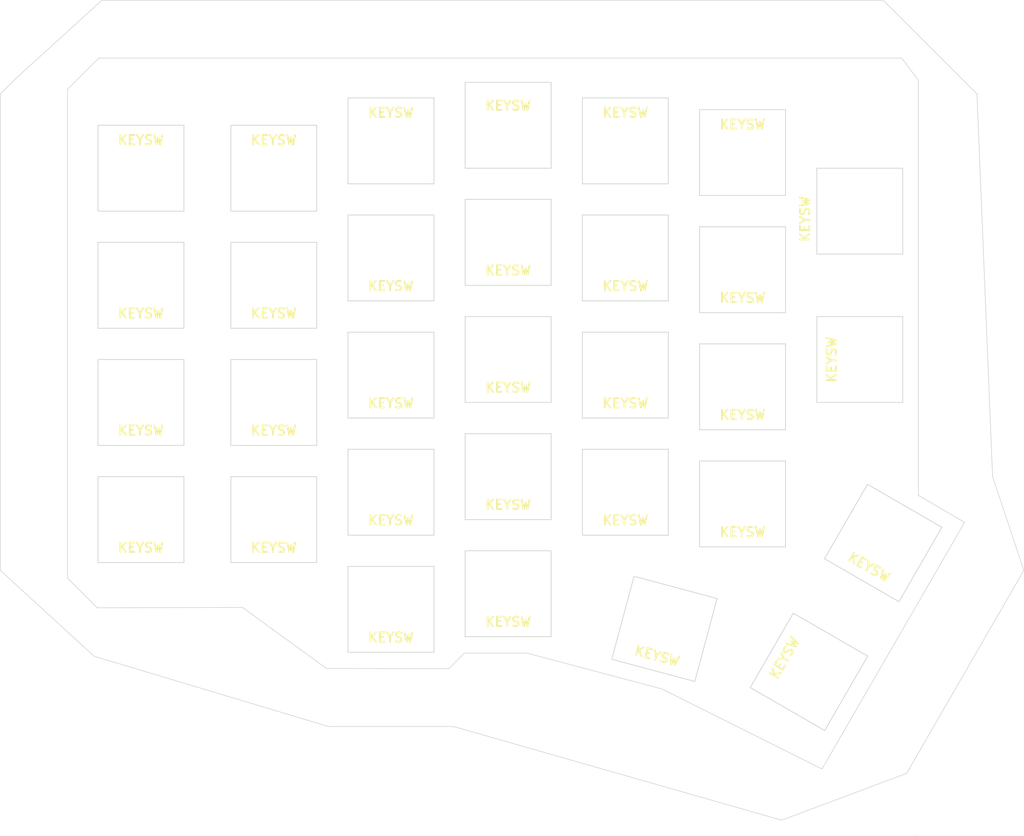
<source format=kicad_pcb>
(kicad_pcb (version 20171130) (host pcbnew "(5.1.2)-2")

  (general
    (thickness 1.6)
    (drawings 33)
    (tracks 0)
    (zones 0)
    (modules 31)
    (nets 1)
  )

  (page A4)
  (title_block
    (title "Redox keyboard PCB")
    (date 2018-05-05)
    (rev 1.0)
    (comment 1 "designed by Mattia Dal Ben (aka u/TiaMaT102)")
    (comment 2 https://github.com/mattdibi/redox-keyboard)
  )

  (layers
    (0 F.Cu signal)
    (31 B.Cu signal hide)
    (32 B.Adhes user hide)
    (33 F.Adhes user hide)
    (34 B.Paste user hide)
    (35 F.Paste user hide)
    (36 B.SilkS user hide)
    (37 F.SilkS user hide)
    (38 B.Mask user hide)
    (39 F.Mask user hide)
    (40 Dwgs.User user hide)
    (41 Cmts.User user hide)
    (42 Eco1.User user hide)
    (43 Eco2.User user hide)
    (44 Edge.Cuts user)
    (45 Margin user hide)
    (46 B.CrtYd user hide)
    (47 F.CrtYd user hide)
    (48 B.Fab user hide)
    (49 F.Fab user hide)
  )

  (setup
    (last_trace_width 0.25)
    (trace_clearance 0.2)
    (zone_clearance 0.508)
    (zone_45_only no)
    (trace_min 0.2)
    (via_size 0.6)
    (via_drill 0.4)
    (via_min_size 0.4)
    (via_min_drill 0.3)
    (uvia_size 0.3)
    (uvia_drill 0.1)
    (uvias_allowed no)
    (uvia_min_size 0.2)
    (uvia_min_drill 0.1)
    (edge_width 0.1)
    (segment_width 0.2)
    (pcb_text_width 0.3)
    (pcb_text_size 1.5 1.5)
    (mod_edge_width 0.15)
    (mod_text_size 1 1)
    (mod_text_width 0.15)
    (pad_size 1.5 1.5)
    (pad_drill 0.6)
    (pad_to_mask_clearance 0)
    (aux_axis_origin 0 0)
    (visible_elements 7FFFFFFF)
    (pcbplotparams
      (layerselection 0x010fc_ffffffff)
      (usegerberextensions true)
      (usegerberattributes false)
      (usegerberadvancedattributes false)
      (creategerberjobfile false)
      (excludeedgelayer true)
      (linewidth 0.100000)
      (plotframeref false)
      (viasonmask false)
      (mode 1)
      (useauxorigin false)
      (hpglpennumber 1)
      (hpglpenspeed 20)
      (hpglpendiameter 15.000000)
      (psnegative false)
      (psa4output false)
      (plotreference true)
      (plotvalue true)
      (plotinvisibletext false)
      (padsonsilk false)
      (subtractmaskfromsilk false)
      (outputformat 1)
      (mirror false)
      (drillshape 0)
      (scaleselection 1)
      (outputdirectory "gerber_files/"))
  )

  (net 0 "")

  (net_class Default "Questo è il gruppo di collegamenti predefinito"
    (clearance 0.2)
    (trace_width 0.25)
    (via_dia 0.6)
    (via_drill 0.4)
    (uvia_dia 0.3)
    (uvia_drill 0.1)
  )

  (module pcb:SW_Cherry_MX_1.00u_PCB (layer F.Cu) (tedit 5DB3E7C9) (tstamp 5A80A406)
    (at 151.13 59.69 180)
    (descr "Cherry MX keyswitch, 1.00u, PCB mount, http://cherryamericas.com/wp-content/uploads/2014/12/mx_cat.pdf")
    (tags "Cherry MX keyswitch 1.00u PCB")
    (path /5A809203)
    (fp_text reference K3 (at -0.22 2.79 180) (layer F.SilkS) hide
      (effects (font (size 1 1) (thickness 0.2)))
    )
    (fp_text value KEYSW (at 0 3.175 180) (layer F.SilkS)
      (effects (font (size 1.524 1.524) (thickness 0.3048)))
    )
    (fp_line (start -6.985 6.985) (end -6.985 -6.985) (layer Edge.Cuts) (width 0.12))
    (fp_line (start 6.985 6.985) (end -6.985 6.985) (layer Edge.Cuts) (width 0.12))
    (fp_line (start 6.985 -6.985) (end 6.985 6.985) (layer Edge.Cuts) (width 0.12))
    (fp_line (start -6.985 -6.985) (end 6.985 -6.985) (layer Edge.Cuts) (width 0.12))
    (fp_line (start -9.525 9.525) (end -9.525 -9.525) (layer Dwgs.User) (width 0.15))
    (fp_line (start 9.525 9.525) (end -9.525 9.525) (layer Dwgs.User) (width 0.15))
    (fp_line (start 9.525 -9.525) (end 9.525 9.525) (layer Dwgs.User) (width 0.15))
    (fp_line (start -9.525 -9.525) (end 9.525 -9.525) (layer Dwgs.User) (width 0.15))
    (fp_text user %R (at 0 -7.874) (layer F.Fab)
      (effects (font (size 1 1) (thickness 0.15)))
    )
    (model ${KISYS3DMOD}/Button_Switch_Keyboard.3dshapes/SW_Cherry_MX_1.00u_PCB.wrl
      (at (xyz 0 0 0))
      (scale (xyz 1 1 1))
      (rotate (xyz 0 0 0))
    )
  )

  (module pcb:SW_Cherry_MX_1.00u_PCB (layer F.Cu) (tedit 5DB3E7C9) (tstamp 5A80A523)
    (at 170.18 100.33)
    (descr "Cherry MX keyswitch, 1.00u, PCB mount, http://cherryamericas.com/wp-content/uploads/2014/12/mx_cat.pdf")
    (tags "Cherry MX keyswitch 1.00u PCB")
    (path /5A80ABBE)
    (fp_text reference K24 (at -0.22 2.79) (layer F.SilkS) hide
      (effects (font (size 1 1) (thickness 0.2)))
    )
    (fp_text value KEYSW (at 0 4.572) (layer F.SilkS)
      (effects (font (size 1.524 1.524) (thickness 0.3048)))
    )
    (fp_line (start -6.985 6.985) (end -6.985 -6.985) (layer Edge.Cuts) (width 0.12))
    (fp_line (start 6.985 6.985) (end -6.985 6.985) (layer Edge.Cuts) (width 0.12))
    (fp_line (start 6.985 -6.985) (end 6.985 6.985) (layer Edge.Cuts) (width 0.12))
    (fp_line (start -6.985 -6.985) (end 6.985 -6.985) (layer Edge.Cuts) (width 0.12))
    (fp_line (start -9.525 9.525) (end -9.525 -9.525) (layer Dwgs.User) (width 0.15))
    (fp_line (start 9.525 9.525) (end -9.525 9.525) (layer Dwgs.User) (width 0.15))
    (fp_line (start 9.525 -9.525) (end 9.525 9.525) (layer Dwgs.User) (width 0.15))
    (fp_line (start -9.525 -9.525) (end 9.525 -9.525) (layer Dwgs.User) (width 0.15))
    (fp_text user %R (at 0 -7.874) (layer F.Fab)
      (effects (font (size 1 1) (thickness 0.15)))
    )
    (model ${KISYS3DMOD}/Button_Switch_Keyboard.3dshapes/SW_Cherry_MX_1.00u_PCB.wrl
      (at (xyz 0 0 0))
      (scale (xyz 1 1 1))
      (rotate (xyz 0 0 0))
    )
  )

  (module pcb:SW_Cherry_MX_1.00u_PCB (layer F.Cu) (tedit 5DB3E7C9) (tstamp 5A80A640)
    (at 200.025 148.59 240)
    (descr "Cherry MX keyswitch, 1.00u, PCB mount, http://cherryamericas.com/wp-content/uploads/2014/12/mx_cat.pdf")
    (tags "Cherry MX keyswitch 1.00u PCB")
    (path /5A80E4D4)
    (fp_text reference K45 (at -0.254 2.794 240) (layer F.SilkS) hide
      (effects (font (size 1 1) (thickness 0.2)))
    )
    (fp_text value KEYSW (at 0 4.572 240) (layer F.SilkS)
      (effects (font (size 1.524 1.524) (thickness 0.3048)))
    )
    (fp_line (start -6.985 6.985) (end -6.985 -6.985) (layer Edge.Cuts) (width 0.12))
    (fp_line (start 6.985 6.985) (end -6.985 6.985) (layer Edge.Cuts) (width 0.12))
    (fp_line (start 6.985 -6.985) (end 6.985 6.985) (layer Edge.Cuts) (width 0.12))
    (fp_line (start -6.985 -6.985) (end 6.985 -6.985) (layer Edge.Cuts) (width 0.12))
    (fp_line (start -9.525 9.525) (end -9.525 -9.525) (layer Dwgs.User) (width 0.15))
    (fp_line (start 9.525 9.525) (end -9.525 9.525) (layer Dwgs.User) (width 0.15))
    (fp_line (start 9.525 -9.525) (end 9.525 9.525) (layer Dwgs.User) (width 0.15))
    (fp_line (start -9.525 -9.525) (end 9.525 -9.525) (layer Dwgs.User) (width 0.15))
    (fp_text user %R (at 0 -7.874 60) (layer F.Fab)
      (effects (font (size 1 1) (thickness 0.15)))
    )
    (model ${KISYS3DMOD}/Button_Switch_Keyboard.3dshapes/SW_Cherry_MX_1.00u_PCB.wrl
      (at (xyz 0 0 0))
      (scale (xyz 1 1 1))
      (rotate (xyz 0 0 0))
    )
  )

  (module pcb:SW_Cherry_MX_1.00u_PCB (layer F.Cu) (tedit 5DB3E7C9) (tstamp 5A80A4C4)
    (at 208.28 97.79 270)
    (descr "Cherry MX keyswitch, 1.00u, PCB mount, http://cherryamericas.com/wp-content/uploads/2014/12/mx_cat.pdf")
    (tags "Cherry MX keyswitch 1.00u PCB")
    (path /5A809C6B)
    (fp_text reference K16 (at -0.254 2.794 270) (layer F.SilkS) hide
      (effects (font (size 1 1) (thickness 0.2)))
    )
    (fp_text value KEYSW (at 0 4.572 270) (layer F.SilkS)
      (effects (font (size 1.524 1.524) (thickness 0.3048)))
    )
    (fp_line (start -6.985 6.985) (end -6.985 -6.985) (layer Edge.Cuts) (width 0.12))
    (fp_line (start 6.985 6.985) (end -6.985 6.985) (layer Edge.Cuts) (width 0.12))
    (fp_line (start 6.985 -6.985) (end 6.985 6.985) (layer Edge.Cuts) (width 0.12))
    (fp_line (start -6.985 -6.985) (end 6.985 -6.985) (layer Edge.Cuts) (width 0.12))
    (fp_line (start -9.525 9.525) (end -9.525 -9.525) (layer Dwgs.User) (width 0.15))
    (fp_line (start 9.525 9.525) (end -9.525 9.525) (layer Dwgs.User) (width 0.15))
    (fp_line (start 9.525 -9.525) (end 9.525 9.525) (layer Dwgs.User) (width 0.15))
    (fp_line (start -9.525 -9.525) (end 9.525 -9.525) (layer Dwgs.User) (width 0.15))
    (fp_text user %R (at 0 -7.874 90) (layer F.Fab)
      (effects (font (size 1 1) (thickness 0.15)))
    )
    (model ${KISYS3DMOD}/Button_Switch_Keyboard.3dshapes/SW_Cherry_MX_1.00u_PCB.wrl
      (at (xyz 0 0 0))
      (scale (xyz 1 1 1))
      (rotate (xyz 0 0 0))
    )
  )

  (module pcb:SW_Cherry_MX_1.00u_PCB (layer F.Cu) (tedit 5DB3E7C9) (tstamp 5A80A3E0)
    (at 113.03 66.675 180)
    (descr "Cherry MX keyswitch, 1.00u, PCB mount, http://cherryamericas.com/wp-content/uploads/2014/12/mx_cat.pdf")
    (tags "Cherry MX keyswitch 1.00u PCB")
    (path /5A809089)
    (fp_text reference K1 (at -0.22 2.79 180) (layer F.SilkS) hide
      (effects (font (size 1 1) (thickness 0.2)))
    )
    (fp_text value KEYSW (at 0 4.572 180) (layer F.SilkS)
      (effects (font (size 1.524 1.524) (thickness 0.3048)))
    )
    (fp_line (start -6.985 6.985) (end -6.985 -6.985) (layer Edge.Cuts) (width 0.12))
    (fp_line (start 6.985 6.985) (end -6.985 6.985) (layer Edge.Cuts) (width 0.12))
    (fp_line (start 6.985 -6.985) (end 6.985 6.985) (layer Edge.Cuts) (width 0.12))
    (fp_line (start -6.985 -6.985) (end 6.985 -6.985) (layer Edge.Cuts) (width 0.12))
    (fp_line (start -9.525 9.525) (end -9.525 -9.525) (layer Dwgs.User) (width 0.15))
    (fp_line (start 9.525 9.525) (end -9.525 9.525) (layer Dwgs.User) (width 0.15))
    (fp_line (start 9.525 -9.525) (end 9.525 9.525) (layer Dwgs.User) (width 0.15))
    (fp_line (start -9.525 -9.525) (end 9.525 -9.525) (layer Dwgs.User) (width 0.15))
    (fp_text user %R (at 0 -7.874) (layer F.Fab)
      (effects (font (size 1 1) (thickness 0.15)))
    )
    (model ${KISYS3DMOD}/Button_Switch_Keyboard.3dshapes/SW_Cherry_MX_1.00u_PCB.wrl
      (at (xyz 0 0 0))
      (scale (xyz 1 1 1))
      (rotate (xyz 0 0 0))
    )
  )

  (module pcb:SW_Cherry_MX_1.00u_PCB (layer F.Cu) (tedit 5DB3E7C9) (tstamp 5A80A3F3)
    (at 132.08 62.23 180)
    (descr "Cherry MX keyswitch, 1.00u, PCB mount, http://cherryamericas.com/wp-content/uploads/2014/12/mx_cat.pdf")
    (tags "Cherry MX keyswitch 1.00u PCB")
    (path /5A8091F6)
    (fp_text reference K2 (at -0.22 2.79 180) (layer F.SilkS) hide
      (effects (font (size 1 1) (thickness 0.2)))
    )
    (fp_text value KEYSW (at 0 4.572 180) (layer F.SilkS)
      (effects (font (size 1.524 1.524) (thickness 0.3048)))
    )
    (fp_line (start -6.985 6.985) (end -6.985 -6.985) (layer Edge.Cuts) (width 0.12))
    (fp_line (start 6.985 6.985) (end -6.985 6.985) (layer Edge.Cuts) (width 0.12))
    (fp_line (start 6.985 -6.985) (end 6.985 6.985) (layer Edge.Cuts) (width 0.12))
    (fp_line (start -6.985 -6.985) (end 6.985 -6.985) (layer Edge.Cuts) (width 0.12))
    (fp_line (start -9.525 9.525) (end -9.525 -9.525) (layer Dwgs.User) (width 0.15))
    (fp_line (start 9.525 9.525) (end -9.525 9.525) (layer Dwgs.User) (width 0.15))
    (fp_line (start 9.525 -9.525) (end 9.525 9.525) (layer Dwgs.User) (width 0.15))
    (fp_line (start -9.525 -9.525) (end 9.525 -9.525) (layer Dwgs.User) (width 0.15))
    (fp_text user %R (at 0 -7.874) (layer F.Fab)
      (effects (font (size 1 1) (thickness 0.15)))
    )
    (model ${KISYS3DMOD}/Button_Switch_Keyboard.3dshapes/SW_Cherry_MX_1.00u_PCB.wrl
      (at (xyz 0 0 0))
      (scale (xyz 1 1 1))
      (rotate (xyz 0 0 0))
    )
  )

  (module pcb:SW_Cherry_MX_1.00u_PCB (layer F.Cu) (tedit 5DB3E7C9) (tstamp 5A80A419)
    (at 170.18 62.23 180)
    (descr "Cherry MX keyswitch, 1.00u, PCB mount, http://cherryamericas.com/wp-content/uploads/2014/12/mx_cat.pdf")
    (tags "Cherry MX keyswitch 1.00u PCB")
    (path /5A80948D)
    (fp_text reference K4 (at -0.22 2.79 180) (layer F.SilkS) hide
      (effects (font (size 1 1) (thickness 0.2)))
    )
    (fp_text value KEYSW (at 0 4.572 180) (layer F.SilkS)
      (effects (font (size 1.524 1.524) (thickness 0.3048)))
    )
    (fp_line (start -6.985 6.985) (end -6.985 -6.985) (layer Edge.Cuts) (width 0.12))
    (fp_line (start 6.985 6.985) (end -6.985 6.985) (layer Edge.Cuts) (width 0.12))
    (fp_line (start 6.985 -6.985) (end 6.985 6.985) (layer Edge.Cuts) (width 0.12))
    (fp_line (start -6.985 -6.985) (end 6.985 -6.985) (layer Edge.Cuts) (width 0.12))
    (fp_line (start -9.525 9.525) (end -9.525 -9.525) (layer Dwgs.User) (width 0.15))
    (fp_line (start 9.525 9.525) (end -9.525 9.525) (layer Dwgs.User) (width 0.15))
    (fp_line (start 9.525 -9.525) (end 9.525 9.525) (layer Dwgs.User) (width 0.15))
    (fp_line (start -9.525 -9.525) (end 9.525 -9.525) (layer Dwgs.User) (width 0.15))
    (fp_text user %R (at 0 -7.874) (layer F.Fab)
      (effects (font (size 1 1) (thickness 0.15)))
    )
    (model ${KISYS3DMOD}/Button_Switch_Keyboard.3dshapes/SW_Cherry_MX_1.00u_PCB.wrl
      (at (xyz 0 0 0))
      (scale (xyz 1 1 1))
      (rotate (xyz 0 0 0))
    )
  )

  (module pcb:SW_Cherry_MX_1.00u_PCB (layer F.Cu) (tedit 5DB3E7C9) (tstamp 5A80A42C)
    (at 189.23 64.135 180)
    (descr "Cherry MX keyswitch, 1.00u, PCB mount, http://cherryamericas.com/wp-content/uploads/2014/12/mx_cat.pdf")
    (tags "Cherry MX keyswitch 1.00u PCB")
    (path /5A80949A)
    (fp_text reference K5 (at -0.22 2.79 180) (layer F.SilkS) hide
      (effects (font (size 1 1) (thickness 0.2)))
    )
    (fp_text value KEYSW (at 0 4.572 180) (layer F.SilkS)
      (effects (font (size 1.524 1.524) (thickness 0.3048)))
    )
    (fp_line (start -6.985 6.985) (end -6.985 -6.985) (layer Edge.Cuts) (width 0.12))
    (fp_line (start 6.985 6.985) (end -6.985 6.985) (layer Edge.Cuts) (width 0.12))
    (fp_line (start 6.985 -6.985) (end 6.985 6.985) (layer Edge.Cuts) (width 0.12))
    (fp_line (start -6.985 -6.985) (end 6.985 -6.985) (layer Edge.Cuts) (width 0.12))
    (fp_line (start -9.525 9.525) (end -9.525 -9.525) (layer Dwgs.User) (width 0.15))
    (fp_line (start 9.525 9.525) (end -9.525 9.525) (layer Dwgs.User) (width 0.15))
    (fp_line (start 9.525 -9.525) (end 9.525 9.525) (layer Dwgs.User) (width 0.15))
    (fp_line (start -9.525 -9.525) (end 9.525 -9.525) (layer Dwgs.User) (width 0.15))
    (fp_text user %R (at 0 -7.874) (layer F.Fab)
      (effects (font (size 1 1) (thickness 0.15)))
    )
    (model ${KISYS3DMOD}/Button_Switch_Keyboard.3dshapes/SW_Cherry_MX_1.00u_PCB.wrl
      (at (xyz 0 0 0))
      (scale (xyz 1 1 1))
      (rotate (xyz 0 0 0))
    )
  )

  (module pcb:SW_Cherry_MX_1.00u_PCB (layer F.Cu) (tedit 5DB3E7C9) (tstamp 5A80A43F)
    (at 208.28 73.66 180)
    (descr "Cherry MX keyswitch, 1.00u, PCB mount, http://cherryamericas.com/wp-content/uploads/2014/12/mx_cat.pdf")
    (tags "Cherry MX keyswitch 1.00u PCB")
    (path /5A8094A7)
    (fp_text reference K6 (at -0.22 2.79 180) (layer F.SilkS) hide
      (effects (font (size 1 1) (thickness 0.2)))
    )
    (fp_text value KEYSW (at 8.89 -1.27 270) (layer F.SilkS)
      (effects (font (size 1.524 1.524) (thickness 0.3048)))
    )
    (fp_line (start -6.985 6.985) (end -6.985 -6.985) (layer Edge.Cuts) (width 0.12))
    (fp_line (start 6.985 6.985) (end -6.985 6.985) (layer Edge.Cuts) (width 0.12))
    (fp_line (start 6.985 -6.985) (end 6.985 6.985) (layer Edge.Cuts) (width 0.12))
    (fp_line (start -6.985 -6.985) (end 6.985 -6.985) (layer Edge.Cuts) (width 0.12))
    (fp_line (start -9.525 9.525) (end -9.525 -9.525) (layer Dwgs.User) (width 0.15))
    (fp_line (start 9.525 9.525) (end -9.525 9.525) (layer Dwgs.User) (width 0.15))
    (fp_line (start 9.525 -9.525) (end 9.525 9.525) (layer Dwgs.User) (width 0.15))
    (fp_line (start -9.525 -9.525) (end 9.525 -9.525) (layer Dwgs.User) (width 0.15))
    (fp_text user %R (at 0 -7.874) (layer F.Fab)
      (effects (font (size 1 1) (thickness 0.15)))
    )
    (model ${KISYS3DMOD}/Button_Switch_Keyboard.3dshapes/SW_Cherry_MX_1.00u_PCB.wrl
      (at (xyz 0 0 0))
      (scale (xyz 1 1 1))
      (rotate (xyz 0 0 0))
    )
  )

  (module pcb:SW_Cherry_MX_1.00u_PCB (layer F.Cu) (tedit 5DB3E7C9) (tstamp 5A80A465)
    (at 113.03 85.725)
    (descr "Cherry MX keyswitch, 1.00u, PCB mount, http://cherryamericas.com/wp-content/uploads/2014/12/mx_cat.pdf")
    (tags "Cherry MX keyswitch 1.00u PCB")
    (path /5A809C2A)
    (fp_text reference K11 (at -0.22 2.79) (layer F.SilkS) hide
      (effects (font (size 1 1) (thickness 0.2)))
    )
    (fp_text value KEYSW (at 0 4.572) (layer F.SilkS)
      (effects (font (size 1.524 1.524) (thickness 0.3048)))
    )
    (fp_line (start -6.985 6.985) (end -6.985 -6.985) (layer Edge.Cuts) (width 0.12))
    (fp_line (start 6.985 6.985) (end -6.985 6.985) (layer Edge.Cuts) (width 0.12))
    (fp_line (start 6.985 -6.985) (end 6.985 6.985) (layer Edge.Cuts) (width 0.12))
    (fp_line (start -6.985 -6.985) (end 6.985 -6.985) (layer Edge.Cuts) (width 0.12))
    (fp_line (start -9.525 9.525) (end -9.525 -9.525) (layer Dwgs.User) (width 0.15))
    (fp_line (start 9.525 9.525) (end -9.525 9.525) (layer Dwgs.User) (width 0.15))
    (fp_line (start 9.525 -9.525) (end 9.525 9.525) (layer Dwgs.User) (width 0.15))
    (fp_line (start -9.525 -9.525) (end 9.525 -9.525) (layer Dwgs.User) (width 0.15))
    (fp_text user %R (at 0 -7.874) (layer F.Fab)
      (effects (font (size 1 1) (thickness 0.15)))
    )
    (model ${KISYS3DMOD}/Button_Switch_Keyboard.3dshapes/SW_Cherry_MX_1.00u_PCB.wrl
      (at (xyz 0 0 0))
      (scale (xyz 1 1 1))
      (rotate (xyz 0 0 0))
    )
  )

  (module pcb:SW_Cherry_MX_1.00u_PCB (layer F.Cu) (tedit 5DB3E7C9) (tstamp 5A80A478)
    (at 132.08 81.28)
    (descr "Cherry MX keyswitch, 1.00u, PCB mount, http://cherryamericas.com/wp-content/uploads/2014/12/mx_cat.pdf")
    (tags "Cherry MX keyswitch 1.00u PCB")
    (path /5A809C37)
    (fp_text reference K12 (at -0.22 2.79) (layer F.SilkS) hide
      (effects (font (size 1 1) (thickness 0.2)))
    )
    (fp_text value KEYSW (at 0 4.572) (layer F.SilkS)
      (effects (font (size 1.524 1.524) (thickness 0.3048)))
    )
    (fp_line (start -6.985 6.985) (end -6.985 -6.985) (layer Edge.Cuts) (width 0.12))
    (fp_line (start 6.985 6.985) (end -6.985 6.985) (layer Edge.Cuts) (width 0.12))
    (fp_line (start 6.985 -6.985) (end 6.985 6.985) (layer Edge.Cuts) (width 0.12))
    (fp_line (start -6.985 -6.985) (end 6.985 -6.985) (layer Edge.Cuts) (width 0.12))
    (fp_line (start -9.525 9.525) (end -9.525 -9.525) (layer Dwgs.User) (width 0.15))
    (fp_line (start 9.525 9.525) (end -9.525 9.525) (layer Dwgs.User) (width 0.15))
    (fp_line (start 9.525 -9.525) (end 9.525 9.525) (layer Dwgs.User) (width 0.15))
    (fp_line (start -9.525 -9.525) (end 9.525 -9.525) (layer Dwgs.User) (width 0.15))
    (fp_text user %R (at 0 -7.874) (layer F.Fab)
      (effects (font (size 1 1) (thickness 0.15)))
    )
    (model ${KISYS3DMOD}/Button_Switch_Keyboard.3dshapes/SW_Cherry_MX_1.00u_PCB.wrl
      (at (xyz 0 0 0))
      (scale (xyz 1 1 1))
      (rotate (xyz 0 0 0))
    )
  )

  (module pcb:SW_Cherry_MX_1.00u_PCB (layer F.Cu) (tedit 5DB3E7C9) (tstamp 5A80A48B)
    (at 151.13 78.74)
    (descr "Cherry MX keyswitch, 1.00u, PCB mount, http://cherryamericas.com/wp-content/uploads/2014/12/mx_cat.pdf")
    (tags "Cherry MX keyswitch 1.00u PCB")
    (path /5A809C44)
    (fp_text reference K13 (at -0.22 2.79) (layer F.SilkS) hide
      (effects (font (size 1 1) (thickness 0.2)))
    )
    (fp_text value KEYSW (at 0 4.572) (layer F.SilkS)
      (effects (font (size 1.524 1.524) (thickness 0.3048)))
    )
    (fp_line (start -6.985 6.985) (end -6.985 -6.985) (layer Edge.Cuts) (width 0.12))
    (fp_line (start 6.985 6.985) (end -6.985 6.985) (layer Edge.Cuts) (width 0.12))
    (fp_line (start 6.985 -6.985) (end 6.985 6.985) (layer Edge.Cuts) (width 0.12))
    (fp_line (start -6.985 -6.985) (end 6.985 -6.985) (layer Edge.Cuts) (width 0.12))
    (fp_line (start -9.525 9.525) (end -9.525 -9.525) (layer Dwgs.User) (width 0.15))
    (fp_line (start 9.525 9.525) (end -9.525 9.525) (layer Dwgs.User) (width 0.15))
    (fp_line (start 9.525 -9.525) (end 9.525 9.525) (layer Dwgs.User) (width 0.15))
    (fp_line (start -9.525 -9.525) (end 9.525 -9.525) (layer Dwgs.User) (width 0.15))
    (fp_text user %R (at 0 -7.874) (layer F.Fab)
      (effects (font (size 1 1) (thickness 0.15)))
    )
    (model ${KISYS3DMOD}/Button_Switch_Keyboard.3dshapes/SW_Cherry_MX_1.00u_PCB.wrl
      (at (xyz 0 0 0))
      (scale (xyz 1 1 1))
      (rotate (xyz 0 0 0))
    )
  )

  (module pcb:SW_Cherry_MX_1.00u_PCB (layer F.Cu) (tedit 5DB3E7C9) (tstamp 5A80A49E)
    (at 170.18 81.28)
    (descr "Cherry MX keyswitch, 1.00u, PCB mount, http://cherryamericas.com/wp-content/uploads/2014/12/mx_cat.pdf")
    (tags "Cherry MX keyswitch 1.00u PCB")
    (path /5A809C51)
    (fp_text reference K14 (at -0.22 2.79) (layer F.SilkS) hide
      (effects (font (size 1 1) (thickness 0.2)))
    )
    (fp_text value KEYSW (at 0 4.572) (layer F.SilkS)
      (effects (font (size 1.524 1.524) (thickness 0.3048)))
    )
    (fp_line (start -6.985 6.985) (end -6.985 -6.985) (layer Edge.Cuts) (width 0.12))
    (fp_line (start 6.985 6.985) (end -6.985 6.985) (layer Edge.Cuts) (width 0.12))
    (fp_line (start 6.985 -6.985) (end 6.985 6.985) (layer Edge.Cuts) (width 0.12))
    (fp_line (start -6.985 -6.985) (end 6.985 -6.985) (layer Edge.Cuts) (width 0.12))
    (fp_line (start -9.525 9.525) (end -9.525 -9.525) (layer Dwgs.User) (width 0.15))
    (fp_line (start 9.525 9.525) (end -9.525 9.525) (layer Dwgs.User) (width 0.15))
    (fp_line (start 9.525 -9.525) (end 9.525 9.525) (layer Dwgs.User) (width 0.15))
    (fp_line (start -9.525 -9.525) (end 9.525 -9.525) (layer Dwgs.User) (width 0.15))
    (fp_text user %R (at 0 -7.874) (layer F.Fab)
      (effects (font (size 1 1) (thickness 0.15)))
    )
    (model ${KISYS3DMOD}/Button_Switch_Keyboard.3dshapes/SW_Cherry_MX_1.00u_PCB.wrl
      (at (xyz 0 0 0))
      (scale (xyz 1 1 1))
      (rotate (xyz 0 0 0))
    )
  )

  (module pcb:SW_Cherry_MX_1.00u_PCB (layer F.Cu) (tedit 5DB3E7C9) (tstamp 5A80A4B1)
    (at 189.23 83.185)
    (descr "Cherry MX keyswitch, 1.00u, PCB mount, http://cherryamericas.com/wp-content/uploads/2014/12/mx_cat.pdf")
    (tags "Cherry MX keyswitch 1.00u PCB")
    (path /5A809C5E)
    (fp_text reference K15 (at -0.22 2.79) (layer F.SilkS) hide
      (effects (font (size 1 1) (thickness 0.2)))
    )
    (fp_text value KEYSW (at 0 4.572) (layer F.SilkS)
      (effects (font (size 1.524 1.524) (thickness 0.3048)))
    )
    (fp_line (start -6.985 6.985) (end -6.985 -6.985) (layer Edge.Cuts) (width 0.12))
    (fp_line (start 6.985 6.985) (end -6.985 6.985) (layer Edge.Cuts) (width 0.12))
    (fp_line (start 6.985 -6.985) (end 6.985 6.985) (layer Edge.Cuts) (width 0.12))
    (fp_line (start -6.985 -6.985) (end 6.985 -6.985) (layer Edge.Cuts) (width 0.12))
    (fp_line (start -9.525 9.525) (end -9.525 -9.525) (layer Dwgs.User) (width 0.15))
    (fp_line (start 9.525 9.525) (end -9.525 9.525) (layer Dwgs.User) (width 0.15))
    (fp_line (start 9.525 -9.525) (end 9.525 9.525) (layer Dwgs.User) (width 0.15))
    (fp_line (start -9.525 -9.525) (end 9.525 -9.525) (layer Dwgs.User) (width 0.15))
    (fp_text user %R (at 0 -7.874) (layer F.Fab)
      (effects (font (size 1 1) (thickness 0.15)))
    )
    (model ${KISYS3DMOD}/Button_Switch_Keyboard.3dshapes/SW_Cherry_MX_1.00u_PCB.wrl
      (at (xyz 0 0 0))
      (scale (xyz 1 1 1))
      (rotate (xyz 0 0 0))
    )
  )

  (module pcb:SW_Cherry_MX_1.00u_PCB (layer F.Cu) (tedit 5DB3E7C9) (tstamp 5A80A4EA)
    (at 113.03 104.775)
    (descr "Cherry MX keyswitch, 1.00u, PCB mount, http://cherryamericas.com/wp-content/uploads/2014/12/mx_cat.pdf")
    (tags "Cherry MX keyswitch 1.00u PCB")
    (path /5A80AB97)
    (fp_text reference K21 (at -0.22 2.79) (layer F.SilkS) hide
      (effects (font (size 1 1) (thickness 0.2)))
    )
    (fp_text value KEYSW (at 0 4.572) (layer F.SilkS)
      (effects (font (size 1.524 1.524) (thickness 0.3048)))
    )
    (fp_line (start -6.985 6.985) (end -6.985 -6.985) (layer Edge.Cuts) (width 0.12))
    (fp_line (start 6.985 6.985) (end -6.985 6.985) (layer Edge.Cuts) (width 0.12))
    (fp_line (start 6.985 -6.985) (end 6.985 6.985) (layer Edge.Cuts) (width 0.12))
    (fp_line (start -6.985 -6.985) (end 6.985 -6.985) (layer Edge.Cuts) (width 0.12))
    (fp_line (start -9.525 9.525) (end -9.525 -9.525) (layer Dwgs.User) (width 0.15))
    (fp_line (start 9.525 9.525) (end -9.525 9.525) (layer Dwgs.User) (width 0.15))
    (fp_line (start 9.525 -9.525) (end 9.525 9.525) (layer Dwgs.User) (width 0.15))
    (fp_line (start -9.525 -9.525) (end 9.525 -9.525) (layer Dwgs.User) (width 0.15))
    (fp_text user %R (at 0 -7.874) (layer F.Fab)
      (effects (font (size 1 1) (thickness 0.15)))
    )
    (model ${KISYS3DMOD}/Button_Switch_Keyboard.3dshapes/SW_Cherry_MX_1.00u_PCB.wrl
      (at (xyz 0 0 0))
      (scale (xyz 1 1 1))
      (rotate (xyz 0 0 0))
    )
  )

  (module pcb:SW_Cherry_MX_1.00u_PCB (layer F.Cu) (tedit 5DB3E7C9) (tstamp 5A80A4FD)
    (at 132.08 100.33)
    (descr "Cherry MX keyswitch, 1.00u, PCB mount, http://cherryamericas.com/wp-content/uploads/2014/12/mx_cat.pdf")
    (tags "Cherry MX keyswitch 1.00u PCB")
    (path /5A80ABA4)
    (fp_text reference K22 (at -0.22 2.79) (layer F.SilkS) hide
      (effects (font (size 1 1) (thickness 0.2)))
    )
    (fp_text value KEYSW (at 0 4.572) (layer F.SilkS)
      (effects (font (size 1.524 1.524) (thickness 0.3048)))
    )
    (fp_line (start -6.985 6.985) (end -6.985 -6.985) (layer Edge.Cuts) (width 0.12))
    (fp_line (start 6.985 6.985) (end -6.985 6.985) (layer Edge.Cuts) (width 0.12))
    (fp_line (start 6.985 -6.985) (end 6.985 6.985) (layer Edge.Cuts) (width 0.12))
    (fp_line (start -6.985 -6.985) (end 6.985 -6.985) (layer Edge.Cuts) (width 0.12))
    (fp_line (start -9.525 9.525) (end -9.525 -9.525) (layer Dwgs.User) (width 0.15))
    (fp_line (start 9.525 9.525) (end -9.525 9.525) (layer Dwgs.User) (width 0.15))
    (fp_line (start 9.525 -9.525) (end 9.525 9.525) (layer Dwgs.User) (width 0.15))
    (fp_line (start -9.525 -9.525) (end 9.525 -9.525) (layer Dwgs.User) (width 0.15))
    (fp_text user %R (at 0 -7.874) (layer F.Fab)
      (effects (font (size 1 1) (thickness 0.15)))
    )
    (model ${KISYS3DMOD}/Button_Switch_Keyboard.3dshapes/SW_Cherry_MX_1.00u_PCB.wrl
      (at (xyz 0 0 0))
      (scale (xyz 1 1 1))
      (rotate (xyz 0 0 0))
    )
  )

  (module pcb:SW_Cherry_MX_1.00u_PCB (layer F.Cu) (tedit 5DB3E7C9) (tstamp 5A80A510)
    (at 151.13 97.79)
    (descr "Cherry MX keyswitch, 1.00u, PCB mount, http://cherryamericas.com/wp-content/uploads/2014/12/mx_cat.pdf")
    (tags "Cherry MX keyswitch 1.00u PCB")
    (path /5A80ABB1)
    (fp_text reference K23 (at -0.22 2.79) (layer F.SilkS) hide
      (effects (font (size 1 1) (thickness 0.2)))
    )
    (fp_text value KEYSW (at 0 4.572) (layer F.SilkS)
      (effects (font (size 1.524 1.524) (thickness 0.3048)))
    )
    (fp_line (start -6.985 6.985) (end -6.985 -6.985) (layer Edge.Cuts) (width 0.12))
    (fp_line (start 6.985 6.985) (end -6.985 6.985) (layer Edge.Cuts) (width 0.12))
    (fp_line (start 6.985 -6.985) (end 6.985 6.985) (layer Edge.Cuts) (width 0.12))
    (fp_line (start -6.985 -6.985) (end 6.985 -6.985) (layer Edge.Cuts) (width 0.12))
    (fp_line (start -9.525 9.525) (end -9.525 -9.525) (layer Dwgs.User) (width 0.15))
    (fp_line (start 9.525 9.525) (end -9.525 9.525) (layer Dwgs.User) (width 0.15))
    (fp_line (start 9.525 -9.525) (end 9.525 9.525) (layer Dwgs.User) (width 0.15))
    (fp_line (start -9.525 -9.525) (end 9.525 -9.525) (layer Dwgs.User) (width 0.15))
    (fp_text user %R (at 0 -7.874) (layer F.Fab)
      (effects (font (size 1 1) (thickness 0.15)))
    )
    (model ${KISYS3DMOD}/Button_Switch_Keyboard.3dshapes/SW_Cherry_MX_1.00u_PCB.wrl
      (at (xyz 0 0 0))
      (scale (xyz 1 1 1))
      (rotate (xyz 0 0 0))
    )
  )

  (module pcb:SW_Cherry_MX_1.00u_PCB (layer F.Cu) (tedit 5DB3E7C9) (tstamp 5A80A536)
    (at 189.23 102.235)
    (descr "Cherry MX keyswitch, 1.00u, PCB mount, http://cherryamericas.com/wp-content/uploads/2014/12/mx_cat.pdf")
    (tags "Cherry MX keyswitch 1.00u PCB")
    (path /5A80ABCB)
    (fp_text reference K25 (at -0.22 2.79) (layer F.SilkS) hide
      (effects (font (size 1 1) (thickness 0.2)))
    )
    (fp_text value KEYSW (at 0 4.572) (layer F.SilkS)
      (effects (font (size 1.524 1.524) (thickness 0.3048)))
    )
    (fp_line (start -6.985 6.985) (end -6.985 -6.985) (layer Edge.Cuts) (width 0.12))
    (fp_line (start 6.985 6.985) (end -6.985 6.985) (layer Edge.Cuts) (width 0.12))
    (fp_line (start 6.985 -6.985) (end 6.985 6.985) (layer Edge.Cuts) (width 0.12))
    (fp_line (start -6.985 -6.985) (end 6.985 -6.985) (layer Edge.Cuts) (width 0.12))
    (fp_line (start -9.525 9.525) (end -9.525 -9.525) (layer Dwgs.User) (width 0.15))
    (fp_line (start 9.525 9.525) (end -9.525 9.525) (layer Dwgs.User) (width 0.15))
    (fp_line (start 9.525 -9.525) (end 9.525 9.525) (layer Dwgs.User) (width 0.15))
    (fp_line (start -9.525 -9.525) (end 9.525 -9.525) (layer Dwgs.User) (width 0.15))
    (fp_text user %R (at 0 -7.874) (layer F.Fab)
      (effects (font (size 1 1) (thickness 0.15)))
    )
    (model ${KISYS3DMOD}/Button_Switch_Keyboard.3dshapes/SW_Cherry_MX_1.00u_PCB.wrl
      (at (xyz 0 0 0))
      (scale (xyz 1 1 1))
      (rotate (xyz 0 0 0))
    )
  )

  (module pcb:SW_Cherry_MX_1.00u_PCB (layer F.Cu) (tedit 5DB3E7C9) (tstamp 5A80A549)
    (at 212.09 127.635 330)
    (descr "Cherry MX keyswitch, 1.00u, PCB mount, http://cherryamericas.com/wp-content/uploads/2014/12/mx_cat.pdf")
    (tags "Cherry MX keyswitch 1.00u PCB")
    (path /5A80ABD8)
    (fp_text reference K26 (at -0.22 2.79 330) (layer F.SilkS) hide
      (effects (font (size 1 1) (thickness 0.2)))
    )
    (fp_text value KEYSW (at 0 4.572 330) (layer F.SilkS)
      (effects (font (size 1.524 1.524) (thickness 0.3048)))
    )
    (fp_line (start -6.985 6.985) (end -6.985 -6.985) (layer Edge.Cuts) (width 0.12))
    (fp_line (start 6.985 6.985) (end -6.985 6.985) (layer Edge.Cuts) (width 0.12))
    (fp_line (start 6.985 -6.985) (end 6.985 6.985) (layer Edge.Cuts) (width 0.12))
    (fp_line (start -6.985 -6.985) (end 6.985 -6.985) (layer Edge.Cuts) (width 0.12))
    (fp_line (start -9.525 9.525) (end -9.525 -9.525) (layer Dwgs.User) (width 0.15))
    (fp_line (start 9.525 9.525) (end -9.525 9.525) (layer Dwgs.User) (width 0.15))
    (fp_line (start 9.525 -9.525) (end 9.525 9.525) (layer Dwgs.User) (width 0.15))
    (fp_line (start -9.525 -9.525) (end 9.525 -9.525) (layer Dwgs.User) (width 0.15))
    (fp_text user %R (at 0 -7.874 150) (layer F.Fab)
      (effects (font (size 1 1) (thickness 0.15)))
    )
    (model ${KISYS3DMOD}/Button_Switch_Keyboard.3dshapes/SW_Cherry_MX_1.00u_PCB.wrl
      (at (xyz 0 0 0))
      (scale (xyz 1 1 1))
      (rotate (xyz 0 0 0))
    )
  )

  (module pcb:SW_Cherry_MX_1.00u_PCB (layer F.Cu) (tedit 5DB3E7C9) (tstamp 5A80A56F)
    (at 113.03 123.825)
    (descr "Cherry MX keyswitch, 1.00u, PCB mount, http://cherryamericas.com/wp-content/uploads/2014/12/mx_cat.pdf")
    (tags "Cherry MX keyswitch 1.00u PCB")
    (path /5A80ABF8)
    (fp_text reference K31 (at -0.22 2.79) (layer F.SilkS) hide
      (effects (font (size 1 1) (thickness 0.2)))
    )
    (fp_text value KEYSW (at 0 4.572) (layer F.SilkS)
      (effects (font (size 1.524 1.524) (thickness 0.3048)))
    )
    (fp_line (start -6.985 6.985) (end -6.985 -6.985) (layer Edge.Cuts) (width 0.12))
    (fp_line (start 6.985 6.985) (end -6.985 6.985) (layer Edge.Cuts) (width 0.12))
    (fp_line (start 6.985 -6.985) (end 6.985 6.985) (layer Edge.Cuts) (width 0.12))
    (fp_line (start -6.985 -6.985) (end 6.985 -6.985) (layer Edge.Cuts) (width 0.12))
    (fp_line (start -9.525 9.525) (end -9.525 -9.525) (layer Dwgs.User) (width 0.15))
    (fp_line (start 9.525 9.525) (end -9.525 9.525) (layer Dwgs.User) (width 0.15))
    (fp_line (start 9.525 -9.525) (end 9.525 9.525) (layer Dwgs.User) (width 0.15))
    (fp_line (start -9.525 -9.525) (end 9.525 -9.525) (layer Dwgs.User) (width 0.15))
    (fp_text user %R (at 0 -7.874) (layer F.Fab)
      (effects (font (size 1 1) (thickness 0.15)))
    )
    (model ${KISYS3DMOD}/Button_Switch_Keyboard.3dshapes/SW_Cherry_MX_1.00u_PCB.wrl
      (at (xyz 0 0 0))
      (scale (xyz 1 1 1))
      (rotate (xyz 0 0 0))
    )
  )

  (module pcb:SW_Cherry_MX_1.00u_PCB (layer F.Cu) (tedit 5DB3E7C9) (tstamp 5A80A582)
    (at 132.08 119.38)
    (descr "Cherry MX keyswitch, 1.00u, PCB mount, http://cherryamericas.com/wp-content/uploads/2014/12/mx_cat.pdf")
    (tags "Cherry MX keyswitch 1.00u PCB")
    (path /5A80AC05)
    (fp_text reference K32 (at -0.22 2.79) (layer F.SilkS) hide
      (effects (font (size 1 1) (thickness 0.2)))
    )
    (fp_text value KEYSW (at 0 4.572) (layer F.SilkS)
      (effects (font (size 1.524 1.524) (thickness 0.3048)))
    )
    (fp_line (start -6.985 6.985) (end -6.985 -6.985) (layer Edge.Cuts) (width 0.12))
    (fp_line (start 6.985 6.985) (end -6.985 6.985) (layer Edge.Cuts) (width 0.12))
    (fp_line (start 6.985 -6.985) (end 6.985 6.985) (layer Edge.Cuts) (width 0.12))
    (fp_line (start -6.985 -6.985) (end 6.985 -6.985) (layer Edge.Cuts) (width 0.12))
    (fp_line (start -9.525 9.525) (end -9.525 -9.525) (layer Dwgs.User) (width 0.15))
    (fp_line (start 9.525 9.525) (end -9.525 9.525) (layer Dwgs.User) (width 0.15))
    (fp_line (start 9.525 -9.525) (end 9.525 9.525) (layer Dwgs.User) (width 0.15))
    (fp_line (start -9.525 -9.525) (end 9.525 -9.525) (layer Dwgs.User) (width 0.15))
    (fp_text user %R (at 0 -7.874) (layer F.Fab)
      (effects (font (size 1 1) (thickness 0.15)))
    )
    (model ${KISYS3DMOD}/Button_Switch_Keyboard.3dshapes/SW_Cherry_MX_1.00u_PCB.wrl
      (at (xyz 0 0 0))
      (scale (xyz 1 1 1))
      (rotate (xyz 0 0 0))
    )
  )

  (module pcb:SW_Cherry_MX_1.00u_PCB (layer F.Cu) (tedit 5DB3E7C9) (tstamp 5A80A595)
    (at 151.13 116.84)
    (descr "Cherry MX keyswitch, 1.00u, PCB mount, http://cherryamericas.com/wp-content/uploads/2014/12/mx_cat.pdf")
    (tags "Cherry MX keyswitch 1.00u PCB")
    (path /5A80AC12)
    (fp_text reference K33 (at -0.22 2.79) (layer F.SilkS) hide
      (effects (font (size 1 1) (thickness 0.2)))
    )
    (fp_text value KEYSW (at 0 4.572) (layer F.SilkS)
      (effects (font (size 1.524 1.524) (thickness 0.3048)))
    )
    (fp_line (start -6.985 6.985) (end -6.985 -6.985) (layer Edge.Cuts) (width 0.12))
    (fp_line (start 6.985 6.985) (end -6.985 6.985) (layer Edge.Cuts) (width 0.12))
    (fp_line (start 6.985 -6.985) (end 6.985 6.985) (layer Edge.Cuts) (width 0.12))
    (fp_line (start -6.985 -6.985) (end 6.985 -6.985) (layer Edge.Cuts) (width 0.12))
    (fp_line (start -9.525 9.525) (end -9.525 -9.525) (layer Dwgs.User) (width 0.15))
    (fp_line (start 9.525 9.525) (end -9.525 9.525) (layer Dwgs.User) (width 0.15))
    (fp_line (start 9.525 -9.525) (end 9.525 9.525) (layer Dwgs.User) (width 0.15))
    (fp_line (start -9.525 -9.525) (end 9.525 -9.525) (layer Dwgs.User) (width 0.15))
    (fp_text user %R (at 0 -7.874) (layer F.Fab)
      (effects (font (size 1 1) (thickness 0.15)))
    )
    (model ${KISYS3DMOD}/Button_Switch_Keyboard.3dshapes/SW_Cherry_MX_1.00u_PCB.wrl
      (at (xyz 0 0 0))
      (scale (xyz 1 1 1))
      (rotate (xyz 0 0 0))
    )
  )

  (module pcb:SW_Cherry_MX_1.00u_PCB (layer F.Cu) (tedit 5DB3E7C9) (tstamp 5A80A5A8)
    (at 170.18 119.38)
    (descr "Cherry MX keyswitch, 1.00u, PCB mount, http://cherryamericas.com/wp-content/uploads/2014/12/mx_cat.pdf")
    (tags "Cherry MX keyswitch 1.00u PCB")
    (path /5A80AC1F)
    (fp_text reference K34 (at -0.22 2.79) (layer F.SilkS) hide
      (effects (font (size 1 1) (thickness 0.2)))
    )
    (fp_text value KEYSW (at 0 4.572) (layer F.SilkS)
      (effects (font (size 1.524 1.524) (thickness 0.3048)))
    )
    (fp_line (start -6.985 6.985) (end -6.985 -6.985) (layer Edge.Cuts) (width 0.12))
    (fp_line (start 6.985 6.985) (end -6.985 6.985) (layer Edge.Cuts) (width 0.12))
    (fp_line (start 6.985 -6.985) (end 6.985 6.985) (layer Edge.Cuts) (width 0.12))
    (fp_line (start -6.985 -6.985) (end 6.985 -6.985) (layer Edge.Cuts) (width 0.12))
    (fp_line (start -9.525 9.525) (end -9.525 -9.525) (layer Dwgs.User) (width 0.15))
    (fp_line (start 9.525 9.525) (end -9.525 9.525) (layer Dwgs.User) (width 0.15))
    (fp_line (start 9.525 -9.525) (end 9.525 9.525) (layer Dwgs.User) (width 0.15))
    (fp_line (start -9.525 -9.525) (end 9.525 -9.525) (layer Dwgs.User) (width 0.15))
    (fp_text user %R (at 0 -7.874) (layer F.Fab)
      (effects (font (size 1 1) (thickness 0.15)))
    )
    (model ${KISYS3DMOD}/Button_Switch_Keyboard.3dshapes/SW_Cherry_MX_1.00u_PCB.wrl
      (at (xyz 0 0 0))
      (scale (xyz 1 1 1))
      (rotate (xyz 0 0 0))
    )
  )

  (module pcb:SW_Cherry_MX_1.00u_PCB (layer F.Cu) (tedit 5DB3E7C9) (tstamp 5A80A5BB)
    (at 189.23 121.285)
    (descr "Cherry MX keyswitch, 1.00u, PCB mount, http://cherryamericas.com/wp-content/uploads/2014/12/mx_cat.pdf")
    (tags "Cherry MX keyswitch 1.00u PCB")
    (path /5A80AC2C)
    (fp_text reference K35 (at -0.22 2.79) (layer F.SilkS) hide
      (effects (font (size 1 1) (thickness 0.2)))
    )
    (fp_text value KEYSW (at 0 4.572) (layer F.SilkS)
      (effects (font (size 1.524 1.524) (thickness 0.3048)))
    )
    (fp_line (start -6.985 6.985) (end -6.985 -6.985) (layer Edge.Cuts) (width 0.12))
    (fp_line (start 6.985 6.985) (end -6.985 6.985) (layer Edge.Cuts) (width 0.12))
    (fp_line (start 6.985 -6.985) (end 6.985 6.985) (layer Edge.Cuts) (width 0.12))
    (fp_line (start -6.985 -6.985) (end 6.985 -6.985) (layer Edge.Cuts) (width 0.12))
    (fp_line (start -9.525 9.525) (end -9.525 -9.525) (layer Dwgs.User) (width 0.15))
    (fp_line (start 9.525 9.525) (end -9.525 9.525) (layer Dwgs.User) (width 0.15))
    (fp_line (start 9.525 -9.525) (end 9.525 9.525) (layer Dwgs.User) (width 0.15))
    (fp_line (start -9.525 -9.525) (end 9.525 -9.525) (layer Dwgs.User) (width 0.15))
    (fp_text user %R (at 0 -7.874) (layer F.Fab)
      (effects (font (size 1 1) (thickness 0.15)))
    )
    (model ${KISYS3DMOD}/Button_Switch_Keyboard.3dshapes/SW_Cherry_MX_1.00u_PCB.wrl
      (at (xyz 0 0 0))
      (scale (xyz 1 1 1))
      (rotate (xyz 0 0 0))
    )
  )

  (module pcb:SW_Cherry_MX_1.00u_PCB (layer F.Cu) (tedit 5DB3E7C9) (tstamp 5A80A607)
    (at 132.08 138.43)
    (descr "Cherry MX keyswitch, 1.00u, PCB mount, http://cherryamericas.com/wp-content/uploads/2014/12/mx_cat.pdf")
    (tags "Cherry MX keyswitch 1.00u PCB")
    (path /5A80E4AD)
    (fp_text reference K42 (at -0.22 2.79) (layer F.SilkS) hide
      (effects (font (size 1 1) (thickness 0.2)))
    )
    (fp_text value KEYSW (at 0 4.572) (layer F.SilkS)
      (effects (font (size 1.524 1.524) (thickness 0.3048)))
    )
    (fp_line (start -6.985 6.985) (end -6.985 -6.985) (layer Edge.Cuts) (width 0.12))
    (fp_line (start 6.985 6.985) (end -6.985 6.985) (layer Edge.Cuts) (width 0.12))
    (fp_line (start 6.985 -6.985) (end 6.985 6.985) (layer Edge.Cuts) (width 0.12))
    (fp_line (start -6.985 -6.985) (end 6.985 -6.985) (layer Edge.Cuts) (width 0.12))
    (fp_line (start -9.525 9.525) (end -9.525 -9.525) (layer Dwgs.User) (width 0.15))
    (fp_line (start 9.525 9.525) (end -9.525 9.525) (layer Dwgs.User) (width 0.15))
    (fp_line (start 9.525 -9.525) (end 9.525 9.525) (layer Dwgs.User) (width 0.15))
    (fp_line (start -9.525 -9.525) (end 9.525 -9.525) (layer Dwgs.User) (width 0.15))
    (fp_text user %R (at 0 -7.874) (layer F.Fab)
      (effects (font (size 1 1) (thickness 0.15)))
    )
    (model ${KISYS3DMOD}/Button_Switch_Keyboard.3dshapes/SW_Cherry_MX_1.00u_PCB.wrl
      (at (xyz 0 0 0))
      (scale (xyz 1 1 1))
      (rotate (xyz 0 0 0))
    )
  )

  (module pcb:SW_Cherry_MX_1.00u_PCB (layer F.Cu) (tedit 5DB3E7C9) (tstamp 5A80A61A)
    (at 151.13 135.89)
    (descr "Cherry MX keyswitch, 1.00u, PCB mount, http://cherryamericas.com/wp-content/uploads/2014/12/mx_cat.pdf")
    (tags "Cherry MX keyswitch 1.00u PCB")
    (path /5A80E4BA)
    (fp_text reference K43 (at -0.22 2.79) (layer F.SilkS) hide
      (effects (font (size 1 1) (thickness 0.2)))
    )
    (fp_text value KEYSW (at 0 4.572) (layer F.SilkS)
      (effects (font (size 1.524 1.524) (thickness 0.3048)))
    )
    (fp_line (start -6.985 6.985) (end -6.985 -6.985) (layer Edge.Cuts) (width 0.12))
    (fp_line (start 6.985 6.985) (end -6.985 6.985) (layer Edge.Cuts) (width 0.12))
    (fp_line (start 6.985 -6.985) (end 6.985 6.985) (layer Edge.Cuts) (width 0.12))
    (fp_line (start -6.985 -6.985) (end 6.985 -6.985) (layer Edge.Cuts) (width 0.12))
    (fp_line (start -9.525 9.525) (end -9.525 -9.525) (layer Dwgs.User) (width 0.15))
    (fp_line (start 9.525 9.525) (end -9.525 9.525) (layer Dwgs.User) (width 0.15))
    (fp_line (start 9.525 -9.525) (end 9.525 9.525) (layer Dwgs.User) (width 0.15))
    (fp_line (start -9.525 -9.525) (end 9.525 -9.525) (layer Dwgs.User) (width 0.15))
    (fp_text user %R (at 0 -7.874) (layer F.Fab)
      (effects (font (size 1 1) (thickness 0.15)))
    )
    (model ${KISYS3DMOD}/Button_Switch_Keyboard.3dshapes/SW_Cherry_MX_1.00u_PCB.wrl
      (at (xyz 0 0 0))
      (scale (xyz 1 1 1))
      (rotate (xyz 0 0 0))
    )
  )

  (module pcb:SW_Cherry_MX_1.00u_PCB (layer F.Cu) (tedit 5DB3E7C9) (tstamp 5A80A3CD)
    (at 91.44 66.675 180)
    (descr "Cherry MX keyswitch, 1.00u, PCB mount, http://cherryamericas.com/wp-content/uploads/2014/12/mx_cat.pdf")
    (tags "Cherry MX keyswitch 1.00u PCB")
    (path /5A808C37)
    (fp_text reference K0 (at -0.22 2.79 180) (layer F.SilkS) hide
      (effects (font (size 1 1) (thickness 0.2)))
    )
    (fp_text value KEYSW (at 0 4.572 180) (layer F.SilkS)
      (effects (font (size 1.524 1.524) (thickness 0.3048)))
    )
    (fp_line (start -6.985 6.985) (end -6.985 -6.985) (layer Edge.Cuts) (width 0.12))
    (fp_line (start 6.985 6.985) (end -6.985 6.985) (layer Edge.Cuts) (width 0.12))
    (fp_line (start 6.985 -6.985) (end 6.985 6.985) (layer Edge.Cuts) (width 0.12))
    (fp_line (start -6.985 -6.985) (end 6.985 -6.985) (layer Edge.Cuts) (width 0.12))
    (fp_line (start -9.525 9.525) (end -9.525 -9.525) (layer Dwgs.User) (width 0.15))
    (fp_line (start 9.525 9.525) (end -9.525 9.525) (layer Dwgs.User) (width 0.15))
    (fp_line (start 9.525 -9.525) (end 9.525 9.525) (layer Dwgs.User) (width 0.15))
    (fp_line (start -9.525 -9.525) (end 9.525 -9.525) (layer Dwgs.User) (width 0.15))
    (fp_text user %R (at 0 -7.874) (layer F.Fab)
      (effects (font (size 1 1) (thickness 0.15)))
    )
    (model ${KISYS3DMOD}/Button_Switch_Keyboard.3dshapes/SW_Cherry_MX_1.00u_PCB.wrl
      (at (xyz 0 0 0))
      (scale (xyz 1 1 1))
      (rotate (xyz 0 0 0))
    )
  )

  (module pcb:SW_Cherry_MX_1.00u_PCB (layer F.Cu) (tedit 5DB3E7C9) (tstamp 5A80A452)
    (at 91.44 85.725)
    (descr "Cherry MX keyswitch, 1.00u, PCB mount, http://cherryamericas.com/wp-content/uploads/2014/12/mx_cat.pdf")
    (tags "Cherry MX keyswitch 1.00u PCB")
    (path /5A809C1D)
    (fp_text reference K10 (at -0.22 2.79) (layer F.SilkS) hide
      (effects (font (size 1 1) (thickness 0.2)))
    )
    (fp_text value KEYSW (at 0 4.572) (layer F.SilkS)
      (effects (font (size 1.524 1.524) (thickness 0.3048)))
    )
    (fp_line (start -6.985 6.985) (end -6.985 -6.985) (layer Edge.Cuts) (width 0.12))
    (fp_line (start 6.985 6.985) (end -6.985 6.985) (layer Edge.Cuts) (width 0.12))
    (fp_line (start 6.985 -6.985) (end 6.985 6.985) (layer Edge.Cuts) (width 0.12))
    (fp_line (start -6.985 -6.985) (end 6.985 -6.985) (layer Edge.Cuts) (width 0.12))
    (fp_line (start -9.525 9.525) (end -9.525 -9.525) (layer Dwgs.User) (width 0.15))
    (fp_line (start 9.525 9.525) (end -9.525 9.525) (layer Dwgs.User) (width 0.15))
    (fp_line (start 9.525 -9.525) (end 9.525 9.525) (layer Dwgs.User) (width 0.15))
    (fp_line (start -9.525 -9.525) (end 9.525 -9.525) (layer Dwgs.User) (width 0.15))
    (fp_text user %R (at 0 -7.874) (layer F.Fab)
      (effects (font (size 1 1) (thickness 0.15)))
    )
    (model ${KISYS3DMOD}/Button_Switch_Keyboard.3dshapes/SW_Cherry_MX_1.00u_PCB.wrl
      (at (xyz 0 0 0))
      (scale (xyz 1 1 1))
      (rotate (xyz 0 0 0))
    )
  )

  (module pcb:SW_Cherry_MX_1.00u_PCB (layer F.Cu) (tedit 5DB3E7C9) (tstamp 5A80A4D7)
    (at 91.44 104.775)
    (descr "Cherry MX keyswitch, 1.00u, PCB mount, http://cherryamericas.com/wp-content/uploads/2014/12/mx_cat.pdf")
    (tags "Cherry MX keyswitch 1.00u PCB")
    (path /5A80AB8A)
    (fp_text reference K20 (at -0.22 2.79) (layer F.SilkS) hide
      (effects (font (size 1 1) (thickness 0.2)))
    )
    (fp_text value KEYSW (at 0 4.572) (layer F.SilkS)
      (effects (font (size 1.524 1.524) (thickness 0.3048)))
    )
    (fp_line (start -6.985 6.985) (end -6.985 -6.985) (layer Edge.Cuts) (width 0.12))
    (fp_line (start 6.985 6.985) (end -6.985 6.985) (layer Edge.Cuts) (width 0.12))
    (fp_line (start 6.985 -6.985) (end 6.985 6.985) (layer Edge.Cuts) (width 0.12))
    (fp_line (start -6.985 -6.985) (end 6.985 -6.985) (layer Edge.Cuts) (width 0.12))
    (fp_line (start -9.525 9.525) (end -9.525 -9.525) (layer Dwgs.User) (width 0.15))
    (fp_line (start 9.525 9.525) (end -9.525 9.525) (layer Dwgs.User) (width 0.15))
    (fp_line (start 9.525 -9.525) (end 9.525 9.525) (layer Dwgs.User) (width 0.15))
    (fp_line (start -9.525 -9.525) (end 9.525 -9.525) (layer Dwgs.User) (width 0.15))
    (fp_text user %R (at 0 -7.874) (layer F.Fab)
      (effects (font (size 1 1) (thickness 0.15)))
    )
    (model ${KISYS3DMOD}/Button_Switch_Keyboard.3dshapes/SW_Cherry_MX_1.00u_PCB.wrl
      (at (xyz 0 0 0))
      (scale (xyz 1 1 1))
      (rotate (xyz 0 0 0))
    )
  )

  (module pcb:SW_Cherry_MX_1.00u_PCB (layer F.Cu) (tedit 5DB3E7C9) (tstamp 5A80A55C)
    (at 91.44 123.825)
    (descr "Cherry MX keyswitch, 1.00u, PCB mount, http://cherryamericas.com/wp-content/uploads/2014/12/mx_cat.pdf")
    (tags "Cherry MX keyswitch 1.00u PCB")
    (path /5A80ABEB)
    (fp_text reference K30 (at -0.22 2.79) (layer F.SilkS) hide
      (effects (font (size 1 1) (thickness 0.2)))
    )
    (fp_text value KEYSW (at 0 4.572) (layer F.SilkS)
      (effects (font (size 1.524 1.524) (thickness 0.3048)))
    )
    (fp_line (start -6.985 6.985) (end -6.985 -6.985) (layer Edge.Cuts) (width 0.12))
    (fp_line (start 6.985 6.985) (end -6.985 6.985) (layer Edge.Cuts) (width 0.12))
    (fp_line (start 6.985 -6.985) (end 6.985 6.985) (layer Edge.Cuts) (width 0.12))
    (fp_line (start -6.985 -6.985) (end 6.985 -6.985) (layer Edge.Cuts) (width 0.12))
    (fp_line (start -9.525 9.525) (end -9.525 -9.525) (layer Dwgs.User) (width 0.15))
    (fp_line (start 9.525 9.525) (end -9.525 9.525) (layer Dwgs.User) (width 0.15))
    (fp_line (start 9.525 -9.525) (end 9.525 9.525) (layer Dwgs.User) (width 0.15))
    (fp_line (start -9.525 -9.525) (end 9.525 -9.525) (layer Dwgs.User) (width 0.15))
    (fp_text user %R (at 0 -7.874) (layer F.Fab)
      (effects (font (size 1 1) (thickness 0.15)))
    )
    (model ${KISYS3DMOD}/Button_Switch_Keyboard.3dshapes/SW_Cherry_MX_1.00u_PCB.wrl
      (at (xyz 0 0 0))
      (scale (xyz 1 1 1))
      (rotate (xyz 0 0 0))
    )
  )

  (module pcb:SW_Cherry_MX_1.00u_PCB (layer F.Cu) (tedit 5DB3E7C9) (tstamp 5A80A62D)
    (at 176.53 141.605 345)
    (descr "Cherry MX keyswitch, 1.00u, PCB mount, http://cherryamericas.com/wp-content/uploads/2014/12/mx_cat.pdf")
    (tags "Cherry MX keyswitch 1.00u PCB")
    (path /5A80E4C7)
    (fp_text reference K44 (at -0.22 2.79 345) (layer F.SilkS) hide
      (effects (font (size 1 1) (thickness 0.2)))
    )
    (fp_text value KEYSW (at 0 4.572 345) (layer F.SilkS)
      (effects (font (size 1.524 1.524) (thickness 0.3048)))
    )
    (fp_line (start -6.985 6.985) (end -6.985 -6.985) (layer Edge.Cuts) (width 0.12))
    (fp_line (start 6.985 6.985) (end -6.985 6.985) (layer Edge.Cuts) (width 0.12))
    (fp_line (start 6.985 -6.985) (end 6.985 6.985) (layer Edge.Cuts) (width 0.12))
    (fp_line (start -6.985 -6.985) (end 6.985 -6.985) (layer Edge.Cuts) (width 0.12))
    (fp_line (start -9.525 9.525) (end -9.525 -9.525) (layer Dwgs.User) (width 0.15))
    (fp_line (start 9.525 9.525) (end -9.525 9.525) (layer Dwgs.User) (width 0.15))
    (fp_line (start 9.525 -9.525) (end 9.525 9.525) (layer Dwgs.User) (width 0.15))
    (fp_line (start -9.525 -9.525) (end 9.525 -9.525) (layer Dwgs.User) (width 0.15))
    (fp_text user %R (at 0 -7.874 165) (layer F.Fab)
      (effects (font (size 1 1) (thickness 0.15)))
    )
    (model ${KISYS3DMOD}/Button_Switch_Keyboard.3dshapes/SW_Cherry_MX_1.00u_PCB.wrl
      (at (xyz 0 0 0))
      (scale (xyz 1 1 1))
      (rotate (xyz 0 0 0))
    )
  )

  (gr_line (start 68.58 54.61) (end 68.58 132.08) (layer Edge.Cuts) (width 0.1))
  (gr_line (start 71.12 52.07) (end 68.58 54.61) (layer Edge.Cuts) (width 0.1))
  (gr_line (start 71.12 52.07) (end 85.09 39.37) (layer Edge.Cuts) (width 0.1) (tstamp 5DB46CBB))
  (gr_line (start 83.82 146.05) (end 68.58 132.08) (layer Edge.Cuts) (width 0.1))
  (gr_line (start 121.92 157.48) (end 83.82 146.05) (layer Edge.Cuts) (width 0.1))
  (gr_line (start 142.24 157.48) (end 121.92 157.48) (layer Edge.Cuts) (width 0.1))
  (gr_line (start 195.58 172.72) (end 142.24 157.48) (layer Edge.Cuts) (width 0.1))
  (gr_line (start 215.9 165.1) (end 195.58 172.72) (layer Edge.Cuts) (width 0.1))
  (gr_line (start 234.95 132.08) (end 215.9 165.1) (layer Edge.Cuts) (width 0.1))
  (gr_line (start 233.68 128.27) (end 234.95 132.08) (layer Edge.Cuts) (width 0.1))
  (gr_line (start 229.87 116.84) (end 233.68 128.27) (layer Edge.Cuts) (width 0.1))
  (gr_line (start 227.33 54.61) (end 229.87 116.84) (layer Edge.Cuts) (width 0.1))
  (gr_line (start 212.09 39.37) (end 227.33 54.61) (layer Edge.Cuts) (width 0.1))
  (gr_line (start 100.33 39.37) (end 212.09 39.37) (layer Edge.Cuts) (width 0.1))
  (gr_line (start 85.09 39.37) (end 100.33 39.37) (layer Edge.Cuts) (width 0.1))
  (gr_line (start 215.10625 48.768) (end 217.805 52.3875) (layer Edge.Cuts) (width 0.1) (tstamp 5DB3A148))
  (gr_line (start 107.95 138.1125) (end 84.328 138.176) (layer Edge.Cuts) (width 0.1) (tstamp 5DB454D0))
  (gr_line (start 121.579395 148.040505) (end 107.95 138.1125) (layer Edge.Cuts) (width 0.1))
  (gr_line (start 225.330156 124.273242) (end 202.142152 164.38329) (layer Edge.Cuts) (width 0.1) (tstamp 5DB45480))
  (gr_line (start 215.10625 48.768) (end 84.582 48.768) (angle 90) (layer Edge.Cuts) (width 0.1))
  (gr_line (start 217.805 52.3875) (end 217.805 64.008) (angle 90) (layer Edge.Cuts) (width 0.1))
  (gr_line (start 79.502 53.848) (end 79.502 57.15) (angle 90) (layer Edge.Cuts) (width 0.1))
  (gr_line (start 79.502 53.848) (end 84.582 48.768) (angle 90) (layer Edge.Cuts) (width 0.1))
  (gr_line (start 154.178 145.542) (end 144.018 145.542) (angle 90) (layer Edge.Cuts) (width 0.1))
  (gr_line (start 217.805 119.888) (end 225.330156 124.273242) (angle 90) (layer Edge.Cuts) (width 0.1))
  (gr_line (start 217.805 64.008) (end 217.805 119.888) (angle 90) (layer Edge.Cuts) (width 0.1))
  (gr_line (start 217.551 175.26) (end 217.678 175.26) (angle 90) (layer Edge.Cuts) (width 0.1))
  (gr_line (start 176.149 151.384) (end 154.178 145.542) (angle 90) (layer Edge.Cuts) (width 0.1))
  (gr_line (start 202.142152 164.38329) (end 176.149 151.384) (angle 90) (layer Edge.Cuts) (width 0.1))
  (gr_line (start 141.478 148.082) (end 144.018 145.542) (angle 90) (layer Edge.Cuts) (width 0.1))
  (gr_line (start 121.579395 148.040505) (end 141.478 148.082) (angle 90) (layer Edge.Cuts) (width 0.1))
  (gr_line (start 79.502 133.35) (end 84.328 138.176) (angle 90) (layer Edge.Cuts) (width 0.1))
  (gr_line (start 79.502 57.15) (end 79.502 133.35) (angle 90) (layer Edge.Cuts) (width 0.1))

)

</source>
